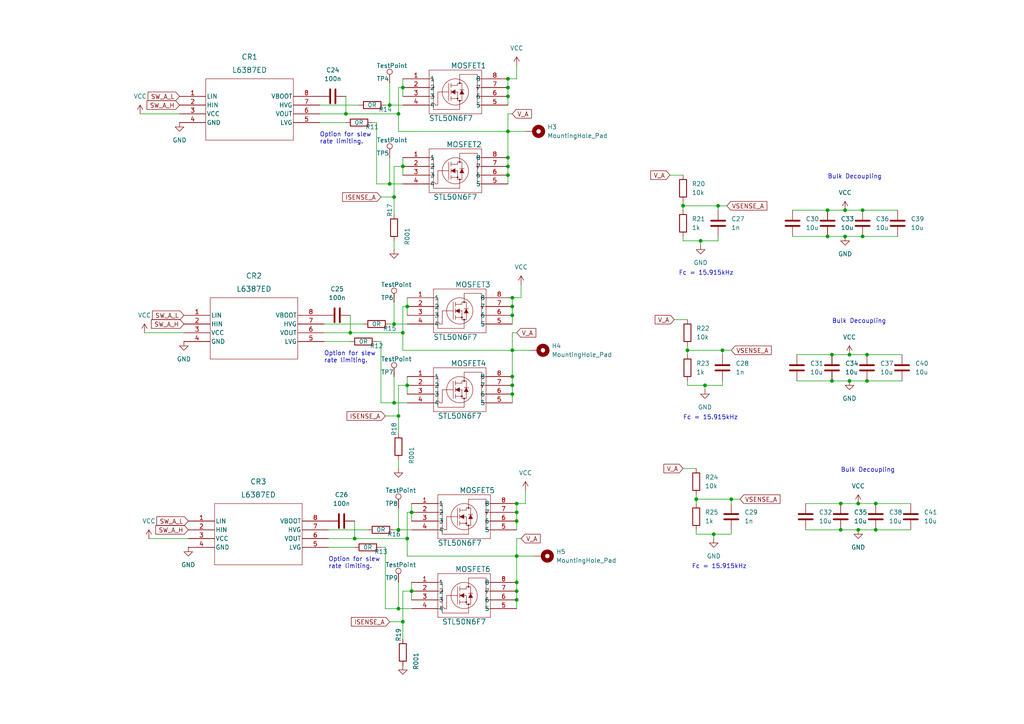
<source format=kicad_sch>
(kicad_sch (version 20211123) (generator eeschema)
  (paper "A4")
  (lib_symbols
    (symbol "Connector:TestPoint" (pin_numbers hide) (pin_names (offset 0.762) hide)
      (property "Reference" "TP" (at 0 6.858 0))
      (property "Value" "TestPoint" (at 0 5.08 0))
      (symbol "TestPoint_0_1"
        (circle (center 0 3.302) (radius 0.762))
      )
      (symbol "TestPoint_1_1"
        (pin passive line (at 0 0 90) (length 2.54) (name "1") (number "1"))
      )
    )
    (symbol "Device:C" (pin_numbers hide) (pin_names (offset 0.254))
      (property "Reference" "C" (at 0.635 2.54 0))
      (property "Value" "C" (at 0.635 -2.54 0))
      (symbol "C_0_1"
        (polyline (pts (xy -2.032 -0.762) (xy 2.032 -0.762)) (stroke (width 0.508)))
        (polyline (pts (xy -2.032 0.762) (xy 2.032 0.762)) (stroke (width 0.508)))
      )
      (symbol "C_1_1"
        (pin passive line (at 0 3.81 270) (length 2.794) (name "~") (number "1"))
        (pin passive line (at 0 -3.81 90) (length 2.794) (name "~") (number "2"))
      )
    )
    (symbol "Device:R" (pin_numbers hide) (pin_names (offset 0))
      (property "Reference" "R" (at 2.032 0 90))
      (property "Value" "R" (at 0 0 90))
      (symbol "R_0_1"
        (rectangle (start -1.016 -2.54) (end 1.016 2.54) (stroke (width 0.254)))
      )
      (symbol "R_1_1"
        (pin passive line (at 0 3.81 270) (length 1.27) (name "~") (number "1"))
        (pin passive line (at 0 -3.81 90) (length 1.27) (name "~") (number "2"))
      )
    )
    (symbol "L6387ED:L6387ED" (pin_names (offset 0.254))
      (property "Reference" "CR" (at 20.32 10.16 0))
      (property "Value" "L6387ED" (at 20.32 7.62 0))
      (symbol "L6387ED_0_1"
        (polyline (pts (xy 7.62 -12.7) (xy 33.02 -12.7)) (stroke (width 0.127)))
        (polyline (pts (xy 7.62 5.08) (xy 7.62 -12.7)) (stroke (width 0.127)))
        (polyline (pts (xy 33.02 -12.7) (xy 33.02 5.08)) (stroke (width 0.127)))
        (polyline (pts (xy 33.02 5.08) (xy 7.62 5.08)) (stroke (width 0.127)))
        (pin input line (at 0 0 0) (length 7.62) (name "LIN") (number "1"))
        (pin input line (at 0 -2.54 0) (length 7.62) (name "HIN") (number "2"))
        (pin power_in line (at 0 -5.08 0) (length 7.62) (name "VCC") (number "3"))
        (pin power_in line (at 0 -7.62 0) (length 7.62) (name "GND") (number "4"))
        (pin output line (at 40.64 -7.62 180) (length 7.62) (name "LVG") (number "5"))
        (pin output line (at 40.64 -5.08 180) (length 7.62) (name "VOUT") (number "6"))
        (pin output line (at 40.64 -2.54 180) (length 7.62) (name "HVG") (number "7"))
        (pin power_in line (at 40.64 0 180) (length 7.62) (name "VBOOT") (number "8"))
      )
    )
    (symbol "Mechanical:MountingHole_Pad" (pin_numbers hide) (pin_names (offset 1.016) hide)
      (property "Reference" "H" (at 0 6.35 0))
      (property "Value" "MountingHole_Pad" (at 0 4.445 0))
      (symbol "MountingHole_Pad_0_1"
        (circle (center 0 1.27) (radius 1.27) (stroke (width 1.27)))
      )
      (symbol "MountingHole_Pad_1_1"
        (pin input line (at 0 -2.54 90) (length 2.54) (name "1") (number "1"))
      )
    )
    (symbol "STL50N6F7:STL50N6F7" (pin_names (offset 0.254))
      (property "Reference" "MOSFET" (at 15.24 7.62 0))
      (property "Value" "STL50N6F7" (at 15.24 5.08 0))
      (symbol "STL50N6F7_0_1"
        (polyline (pts (xy 7.62 -10.16) (xy 22.86 -10.16)) (stroke (width 0.127)))
        (polyline (pts (xy 7.62 -7.62) (xy 8.382 -7.62)) (stroke (width 0.127)))
        (polyline (pts (xy 7.62 -5.08) (xy 8.89 -5.08)) (stroke (width 0.127)))
        (polyline (pts (xy 7.62 -2.54) (xy 8.89 -2.54)) (stroke (width 0.127)))
        (polyline (pts (xy 7.62 0) (xy 8.89 0)) (stroke (width 0.127)))
        (polyline (pts (xy 7.62 2.54) (xy 7.62 -10.16)) (stroke (width 0.127)))
        (polyline (pts (xy 8.89 -8.89) (xy 16.51 -8.89)) (stroke (width 0.127)))
        (polyline (pts (xy 8.89 0) (xy 8.89 -8.89)) (stroke (width 0.127)))
        (polyline (pts (xy 10.16 -7.62) (xy 9.398 -7.62)) (stroke (width 0.127)))
        (polyline (pts (xy 10.16 -3.81) (xy 10.16 -7.62)) (stroke (width 0.127)))
        (polyline (pts (xy 10.16 -3.81) (xy 13.335 -3.81)) (stroke (width 0.127)))
        (polyline (pts (xy 13.335 -6.35) (xy 13.335 -1.27)) (stroke (width 0.127)))
        (polyline (pts (xy 13.97 -6.35) (xy 13.97 -5.08)) (stroke (width 0.127)))
        (polyline (pts (xy 13.97 -5.715) (xy 15.875 -5.715)) (stroke (width 0.127)))
        (polyline (pts (xy 13.97 -4.445) (xy 13.97 -3.175)) (stroke (width 0.127)))
        (polyline (pts (xy 13.97 -2.54) (xy 13.97 -1.27)) (stroke (width 0.127)))
        (polyline (pts (xy 13.97 -1.905) (xy 15.875 -1.905)) (stroke (width 0.127)))
        (polyline (pts (xy 15.24 -3.81) (xy 15.875 -3.81)) (stroke (width 0.127)))
        (polyline (pts (xy 15.875 -6.35) (xy 15.875 -3.81)) (stroke (width 0.127)))
        (polyline (pts (xy 15.875 -6.35) (xy 17.145 -6.35)) (stroke (width 0.127)))
        (polyline (pts (xy 15.875 -1.905) (xy 15.875 -1.27)) (stroke (width 0.127)))
        (polyline (pts (xy 15.875 -1.27) (xy 17.145 -1.27)) (stroke (width 0.127)))
        (polyline (pts (xy 16.51 -8.89) (xy 16.51 -6.35)) (stroke (width 0.127)))
        (polyline (pts (xy 16.51 1.27) (xy 16.51 -1.27)) (stroke (width 0.127)))
        (polyline (pts (xy 17.145 -6.35) (xy 17.145 -4.445)) (stroke (width 0.127)))
        (polyline (pts (xy 17.145 -3.175) (xy 17.145 -1.27)) (stroke (width 0.127)))
        (polyline (pts (xy 17.78 -3.175) (xy 16.51 -3.175)) (stroke (width 0.127)))
        (polyline (pts (xy 21.59 -7.62) (xy 21.59 1.27)) (stroke (width 0.127)))
        (polyline (pts (xy 21.59 1.27) (xy 16.51 1.27)) (stroke (width 0.127)))
        (polyline (pts (xy 22.86 -10.16) (xy 22.86 2.54)) (stroke (width 0.127)))
        (polyline (pts (xy 22.86 -7.62) (xy 21.59 -7.62)) (stroke (width 0.127)))
        (polyline (pts (xy 22.86 -5.08) (xy 21.59 -5.08)) (stroke (width 0.127)))
        (polyline (pts (xy 22.86 -2.54) (xy 21.59 -2.54)) (stroke (width 0.127)))
        (polyline (pts (xy 22.86 0) (xy 21.59 0)) (stroke (width 0.127)))
        (polyline (pts (xy 22.86 2.54) (xy 7.62 2.54)) (stroke (width 0.127)))
        (polyline (pts (xy 15.24 -3.175) (xy 13.97 -3.81) (xy 15.24 -4.445)) (stroke (width 0.0254)) (fill (type outline)))
        (polyline (pts (xy 17.78 -4.445) (xy 16.51 -4.445) (xy 17.145 -3.175)) (stroke (width 0.0254)) (fill (type outline)))
        (circle (center 8.89 -5.08) (radius 0.127) (stroke (width 0.254)))
        (circle (center 8.89 -2.54) (radius 0.127) (stroke (width 0.254)))
        (arc (start 9.398 -7.62) (mid 8.89 -7.112) (end 8.382 -7.62) (stroke (width 0.127)))
        (circle (center 15.24 -3.81) (radius 3.81) (stroke (width 0.127)))
        (circle (center 15.875 -5.715) (radius 0.127) (stroke (width 0.254)))
        (circle (center 16.51 -6.35) (radius 0.127) (stroke (width 0.254)))
        (circle (center 16.51 -1.27) (radius 0.127) (stroke (width 0.254)))
        (circle (center 21.59 -5.08) (radius 0.127) (stroke (width 0.254)))
        (circle (center 21.59 -2.54) (radius 0.127) (stroke (width 0.254)))
        (circle (center 21.59 0) (radius 0.127) (stroke (width 0.254)))
        (pin unspecified line (at 0 0 0) (length 7.62) (name "1") (number "1"))
        (pin unspecified line (at 0 -2.54 0) (length 7.62) (name "2") (number "2"))
        (pin unspecified line (at 0 -5.08 0) (length 7.62) (name "3") (number "3"))
        (pin unspecified line (at 0 -7.62 0) (length 7.62) (name "4") (number "4"))
        (pin unspecified line (at 30.48 -7.62 180) (length 7.62) (name "5") (number "5"))
        (pin unspecified line (at 30.48 -5.08 180) (length 7.62) (name "6") (number "6"))
        (pin unspecified line (at 30.48 -2.54 180) (length 7.62) (name "7") (number "7"))
        (pin unspecified line (at 30.48 0 180) (length 7.62) (name "8") (number "8"))
      )
    )
    (symbol "power:GND" (power) (pin_names (offset 0))
      (property "Value" "GND" (at 0 -3.81 0))
      (symbol "GND_0_1"
        (polyline (pts (xy 0 0) (xy 0 -1.27) (xy 1.27 -1.27) (xy 0 -2.54) (xy -1.27 -1.27) (xy 0 -1.27)))
      )
      (symbol "GND_1_1"
        (pin power_in line (at 0 0 270) (length 0) hide (name "GND") (number "1"))
      )
    )
    (symbol "power:VCC" (power) (pin_names (offset 0))
      (property "Value" "VCC" (at 0 3.81 0))
      (symbol "VCC_0_1"
        (polyline (pts (xy -0.762 1.27) (xy 0 2.54)))
        (polyline (pts (xy 0 0) (xy 0 2.54)))
        (polyline (pts (xy 0 2.54) (xy 0.762 1.27)))
      )
      (symbol "VCC_1_1"
        (pin power_in line (at 0 0 90) (length 0) hide (name "VCC") (number "1"))
      )
    )
  )
  (junction (at 248.92 153.67))
  (junction (at 149.86 171.45))
  (junction (at 149.86 173.99))
  (junction (at 147.32 50.8))
  (junction (at 148.59 111.76))
  (junction (at 240.03 60.96))
  (junction (at 241.3 110.49))
  (junction (at 118.11 88.9))
  (junction (at 251.46 110.49))
  (junction (at 147.32 22.86))
  (junction (at 198.12 59.69))
  (junction (at 100.33 33.02))
  (junction (at 246.38 110.49))
  (junction (at 147.32 48.26))
  (junction (at 102.87 156.21))
  (junction (at 148.59 109.22))
  (junction (at 147.32 25.4))
  (junction (at 115.57 176.53))
  (junction (at 245.11 60.96))
  (junction (at 243.84 153.67))
  (junction (at 115.57 120.65))
  (junction (at 116.84 25.4))
  (junction (at 149.86 168.91))
  (junction (at 241.3 102.87))
  (junction (at 116.84 180.34))
  (junction (at 204.47 111.76))
  (junction (at 119.38 171.45))
  (junction (at 148.59 114.3))
  (junction (at 149.86 148.59))
  (junction (at 118.11 111.76))
  (junction (at 251.46 102.87))
  (junction (at 113.03 30.48))
  (junction (at 114.3 57.15))
  (junction (at 115.57 33.02))
  (junction (at 115.57 153.67))
  (junction (at 148.59 101.6))
  (junction (at 254 153.67))
  (junction (at 119.38 148.59))
  (junction (at 114.3 93.98))
  (junction (at 246.38 102.87))
  (junction (at 243.84 146.05))
  (junction (at 114.3 116.84))
  (junction (at 149.86 151.13))
  (junction (at 116.84 48.26))
  (junction (at 147.32 45.72))
  (junction (at 101.6 96.52))
  (junction (at 116.84 96.52))
  (junction (at 201.93 144.78))
  (junction (at 147.32 27.94))
  (junction (at 113.03 53.34))
  (junction (at 212.09 144.78))
  (junction (at 203.2 69.85))
  (junction (at 148.59 91.44))
  (junction (at 148.59 88.9))
  (junction (at 250.19 60.96))
  (junction (at 148.59 86.36))
  (junction (at 254 146.05))
  (junction (at 240.03 68.58))
  (junction (at 147.32 38.1))
  (junction (at 207.01 154.94))
  (junction (at 245.11 68.58))
  (junction (at 248.92 146.05))
  (junction (at 199.39 101.6))
  (junction (at 209.55 101.6))
  (junction (at 149.86 146.05))
  (junction (at 250.19 68.58))
  (junction (at 208.28 59.69))
  (junction (at 118.11 156.21))
  (junction (at 149.86 161.29))
  (wire (pts (xy 198.12 135.89) (xy 201.93 135.89)))
  (wire (pts (xy 209.55 102.87) (xy 209.55 101.6)))
  (wire (pts (xy 114.3 153.67) (xy 115.57 153.67)))
  (wire (pts (xy 114.3 116.84) (xy 118.11 116.84)))
  (wire (pts (xy 149.86 96.52) (xy 148.59 96.52)))
  (wire (pts (xy 113.03 30.48) (xy 116.84 30.48)))
  (wire (pts (xy 110.49 158.75) (xy 111.76 158.75)))
  (wire (pts (xy 116.84 101.6) (xy 148.59 101.6)))
  (wire (pts (xy 151.13 86.36) (xy 148.59 86.36)))
  (wire (pts (xy 212.09 144.78) (xy 214.63 144.78)))
  (wire (pts (xy 248.92 146.05) (xy 254 146.05)))
  (wire (pts (xy 95.25 158.75) (xy 102.87 158.75)))
  (wire (pts (xy 111.76 120.65) (xy 115.57 120.65)))
  (wire (pts (xy 118.11 111.76) (xy 118.11 114.3)))
  (wire (pts (xy 102.87 156.21) (xy 118.11 156.21)))
  (wire (pts (xy 149.86 168.91) (xy 149.86 171.45)))
  (wire (pts (xy 231.14 110.49) (xy 241.3 110.49)))
  (wire (pts (xy 118.11 88.9) (xy 118.11 91.44)))
  (wire (pts (xy 149.86 168.91) (xy 149.86 161.29)))
  (wire (pts (xy 115.57 120.65) (xy 115.57 125.73)))
  (wire (pts (xy 254 153.67) (xy 264.16 153.67)))
  (wire (pts (xy 208.28 59.69) (xy 210.82 59.69)))
  (wire (pts (xy 199.39 110.49) (xy 199.39 111.76)))
  (wire (pts (xy 111.76 158.75) (xy 111.76 176.53)))
  (wire (pts (xy 115.57 33.02) (xy 115.57 25.4)))
  (wire (pts (xy 115.57 111.76) (xy 118.11 111.76)))
  (wire (pts (xy 116.84 171.45) (xy 116.84 180.34)))
  (wire (pts (xy 246.38 102.87) (xy 251.46 102.87)))
  (wire (pts (xy 147.32 38.1) (xy 152.4 38.1)))
  (wire (pts (xy 102.87 151.13) (xy 102.87 156.21)))
  (wire (pts (xy 114.3 87.63) (xy 114.3 93.98)))
  (wire (pts (xy 149.86 161.29) (xy 154.94 161.29)))
  (wire (pts (xy 114.3 109.22) (xy 114.3 116.84)))
  (wire (pts (xy 109.22 35.56) (xy 109.22 53.34)))
  (wire (pts (xy 95.25 156.21) (xy 102.87 156.21)))
  (wire (pts (xy 110.49 99.06) (xy 110.49 116.84)))
  (wire (pts (xy 119.38 171.45) (xy 119.38 173.99)))
  (wire (pts (xy 195.58 92.71) (xy 199.39 92.71)))
  (wire (pts (xy 116.84 25.4) (xy 116.84 27.94)))
  (wire (pts (xy 92.71 35.56) (xy 100.33 35.56)))
  (wire (pts (xy 116.84 96.52) (xy 116.84 88.9)))
  (wire (pts (xy 116.84 171.45) (xy 119.38 171.45)))
  (wire (pts (xy 113.03 93.98) (xy 114.3 93.98)))
  (wire (pts (xy 203.2 69.85) (xy 208.28 69.85)))
  (wire (pts (xy 198.12 59.69) (xy 198.12 60.96)))
  (wire (pts (xy 148.59 114.3) (xy 148.59 116.84)))
  (wire (pts (xy 241.3 102.87) (xy 246.38 102.87)))
  (wire (pts (xy 101.6 96.52) (xy 116.84 96.52)))
  (wire (pts (xy 100.33 33.02) (xy 115.57 33.02)))
  (wire (pts (xy 241.3 110.49) (xy 246.38 110.49)))
  (wire (pts (xy 248.92 153.67) (xy 254 153.67)))
  (wire (pts (xy 118.11 161.29) (xy 118.11 156.21)))
  (wire (pts (xy 199.39 101.6) (xy 199.39 102.87)))
  (wire (pts (xy 151.13 156.21) (xy 149.86 156.21)))
  (wire (pts (xy 110.49 57.15) (xy 114.3 57.15)))
  (wire (pts (xy 207.01 154.94) (xy 212.09 154.94)))
  (wire (pts (xy 201.93 144.78) (xy 201.93 146.05)))
  (wire (pts (xy 148.59 86.36) (xy 148.59 88.9)))
  (wire (pts (xy 147.32 27.94) (xy 147.32 30.48)))
  (wire (pts (xy 201.93 143.51) (xy 201.93 144.78)))
  (wire (pts (xy 147.32 33.02) (xy 147.32 38.1)))
  (wire (pts (xy 151.13 82.55) (xy 151.13 86.36)))
  (wire (pts (xy 201.93 153.67) (xy 201.93 154.94)))
  (wire (pts (xy 243.84 153.67) (xy 248.92 153.67)))
  (wire (pts (xy 250.19 68.58) (xy 260.35 68.58)))
  (wire (pts (xy 116.84 22.86) (xy 116.84 25.4)))
  (wire (pts (xy 113.03 45.72) (xy 113.03 53.34)))
  (wire (pts (xy 208.28 60.96) (xy 208.28 59.69)))
  (wire (pts (xy 114.3 57.15) (xy 114.3 62.23)))
  (wire (pts (xy 113.03 24.13) (xy 113.03 30.48)))
  (wire (pts (xy 114.3 69.85) (xy 114.3 72.39)))
  (wire (pts (xy 204.47 111.76) (xy 209.55 111.76)))
  (wire (pts (xy 229.87 68.58) (xy 240.03 68.58)))
  (wire (pts (xy 254 146.05) (xy 264.16 146.05)))
  (wire (pts (xy 149.86 171.45) (xy 149.86 173.99)))
  (wire (pts (xy 41.91 96.52) (xy 53.34 96.52)))
  (wire (pts (xy 147.32 48.26) (xy 147.32 50.8)))
  (wire (pts (xy 149.86 148.59) (xy 149.86 151.13)))
  (wire (pts (xy 148.59 96.52) (xy 148.59 101.6)))
  (wire (pts (xy 233.68 153.67) (xy 243.84 153.67)))
  (wire (pts (xy 101.6 91.44) (xy 101.6 96.52)))
  (wire (pts (xy 92.71 33.02) (xy 100.33 33.02)))
  (wire (pts (xy 201.93 154.94) (xy 207.01 154.94)))
  (wire (pts (xy 115.57 176.53) (xy 119.38 176.53)))
  (wire (pts (xy 115.57 25.4) (xy 116.84 25.4)))
  (wire (pts (xy 212.09 146.05) (xy 212.09 144.78)))
  (wire (pts (xy 233.68 146.05) (xy 243.84 146.05)))
  (wire (pts (xy 229.87 60.96) (xy 240.03 60.96)))
  (wire (pts (xy 115.57 153.67) (xy 119.38 153.67)))
  (wire (pts (xy 147.32 25.4) (xy 147.32 27.94)))
  (wire (pts (xy 119.38 146.05) (xy 119.38 148.59)))
  (wire (pts (xy 100.33 27.94) (xy 100.33 33.02)))
  (wire (pts (xy 149.86 22.86) (xy 147.32 22.86)))
  (wire (pts (xy 245.11 68.58) (xy 250.19 68.58)))
  (wire (pts (xy 240.03 60.96) (xy 245.11 60.96)))
  (wire (pts (xy 149.86 151.13) (xy 149.86 153.67)))
  (wire (pts (xy 199.39 111.76) (xy 204.47 111.76)))
  (wire (pts (xy 93.98 96.52) (xy 101.6 96.52)))
  (wire (pts (xy 149.86 19.05) (xy 149.86 22.86)))
  (wire (pts (xy 198.12 58.42) (xy 198.12 59.69)))
  (wire (pts (xy 148.59 88.9) (xy 148.59 91.44)))
  (wire (pts (xy 43.18 156.21) (xy 54.61 156.21)))
  (wire (pts (xy 118.11 148.59) (xy 119.38 148.59)))
  (wire (pts (xy 114.3 48.26) (xy 116.84 48.26)))
  (wire (pts (xy 243.84 146.05) (xy 248.92 146.05)))
  (wire (pts (xy 118.11 86.36) (xy 118.11 88.9)))
  (wire (pts (xy 114.3 48.26) (xy 114.3 57.15)))
  (wire (pts (xy 194.31 50.8) (xy 198.12 50.8)))
  (wire (pts (xy 116.84 45.72) (xy 116.84 48.26)))
  (wire (pts (xy 118.11 156.21) (xy 118.11 148.59)))
  (wire (pts (xy 147.32 45.72) (xy 147.32 38.1)))
  (wire (pts (xy 209.55 101.6) (xy 199.39 101.6)))
  (wire (pts (xy 109.22 99.06) (xy 110.49 99.06)))
  (wire (pts (xy 116.84 180.34) (xy 116.84 185.42)))
  (wire (pts (xy 148.59 109.22) (xy 148.59 101.6)))
  (wire (pts (xy 148.59 111.76) (xy 148.59 114.3)))
  (wire (pts (xy 251.46 110.49) (xy 261.62 110.49)))
  (wire (pts (xy 109.22 53.34) (xy 113.03 53.34)))
  (wire (pts (xy 115.57 168.91) (xy 115.57 176.53)))
  (wire (pts (xy 113.03 180.34) (xy 116.84 180.34)))
  (wire (pts (xy 115.57 147.32) (xy 115.57 153.67)))
  (wire (pts (xy 245.11 60.96) (xy 250.19 60.96)))
  (wire (pts (xy 113.03 53.34) (xy 116.84 53.34)))
  (wire (pts (xy 147.32 50.8) (xy 147.32 53.34)))
  (wire (pts (xy 209.55 111.76) (xy 209.55 110.49)))
  (wire (pts (xy 114.3 93.98) (xy 118.11 93.98)))
  (wire (pts (xy 92.71 30.48) (xy 104.14 30.48)))
  (wire (pts (xy 116.84 88.9) (xy 118.11 88.9)))
  (wire (pts (xy 111.76 176.53) (xy 115.57 176.53)))
  (wire (pts (xy 148.59 109.22) (xy 148.59 111.76)))
  (wire (pts (xy 250.19 60.96) (xy 260.35 60.96)))
  (wire (pts (xy 152.4 142.24) (xy 152.4 146.05)))
  (wire (pts (xy 149.86 156.21) (xy 149.86 161.29)))
  (wire (pts (xy 115.57 133.35) (xy 115.57 135.89)))
  (wire (pts (xy 110.49 116.84) (xy 114.3 116.84)))
  (wire (pts (xy 147.32 22.86) (xy 147.32 25.4)))
  (wire (pts (xy 147.32 45.72) (xy 147.32 48.26)))
  (wire (pts (xy 148.59 33.02) (xy 147.32 33.02)))
  (wire (pts (xy 40.64 33.02) (xy 52.07 33.02)))
  (wire (pts (xy 209.55 101.6) (xy 212.09 101.6)))
  (wire (pts (xy 212.09 154.94) (xy 212.09 153.67)))
  (wire (pts (xy 198.12 68.58) (xy 198.12 69.85)))
  (wire (pts (xy 246.38 110.49) (xy 251.46 110.49)))
  (wire (pts (xy 207.01 154.94) (xy 207.01 156.21)))
  (wire (pts (xy 118.11 161.29) (xy 149.86 161.29)))
  (wire (pts (xy 203.2 69.85) (xy 203.2 71.12)))
  (wire (pts (xy 240.03 68.58) (xy 245.11 68.58)))
  (wire (pts (xy 208.28 69.85) (xy 208.28 68.58)))
  (wire (pts (xy 118.11 109.22) (xy 118.11 111.76)))
  (wire (pts (xy 95.25 153.67) (xy 106.68 153.67)))
  (wire (pts (xy 107.95 35.56) (xy 109.22 35.56)))
  (wire (pts (xy 149.86 146.05) (xy 149.86 148.59)))
  (wire (pts (xy 116.84 101.6) (xy 116.84 96.52)))
  (wire (pts (xy 212.09 144.78) (xy 201.93 144.78)))
  (wire (pts (xy 251.46 102.87) (xy 261.62 102.87)))
  (wire (pts (xy 116.84 48.26) (xy 116.84 50.8)))
  (wire (pts (xy 115.57 38.1) (xy 147.32 38.1)))
  (wire (pts (xy 148.59 101.6) (xy 153.67 101.6)))
  (wire (pts (xy 148.59 91.44) (xy 148.59 93.98)))
  (wire (pts (xy 199.39 100.33) (xy 199.39 101.6)))
  (wire (pts (xy 231.14 102.87) (xy 241.3 102.87)))
  (wire (pts (xy 93.98 93.98) (xy 105.41 93.98)))
  (wire (pts (xy 149.86 173.99) (xy 149.86 176.53)))
  (wire (pts (xy 152.4 146.05) (xy 149.86 146.05)))
  (wire (pts (xy 208.28 59.69) (xy 198.12 59.69)))
  (wire (pts (xy 115.57 111.76) (xy 115.57 120.65)))
  (wire (pts (xy 115.57 38.1) (xy 115.57 33.02)))
  (wire (pts (xy 119.38 168.91) (xy 119.38 171.45)))
  (wire (pts (xy 119.38 148.59) (xy 119.38 151.13)))
  (wire (pts (xy 204.47 111.76) (xy 204.47 113.03)))
  (wire (pts (xy 111.76 30.48) (xy 113.03 30.48)))
  (wire (pts (xy 198.12 69.85) (xy 203.2 69.85)))
  (wire (pts (xy 93.98 99.06) (xy 101.6 99.06)))
  (text "Fc = 15.915kHz\n" (at 196.85 80.01 0) (effects (font (size 1.27 1.27)) (justify left bottom)))
  (text "Bulk Decoupling" (at 243.84 137.16 0) (effects (font (size 1.27 1.27)) (justify left bottom)))
  (text "Bulk Decoupling" (at 240.03 52.07 0) (effects (font (size 1.27 1.27)) (justify left bottom)))
  (text "Option for slew \nrate limiting." (at 92.71 41.91 0) (effects (font (size 1.27 1.27)) (justify left bottom)))
  (text "Option for slew \nrate limiting." (at 95.25 165.1 0) (effects (font (size 1.27 1.27)) (justify left bottom)))
  (text "Option for slew \nrate limiting." (at 93.98 105.41 0) (effects (font (size 1.27 1.27)) (justify left bottom)))
  (text "Bulk Decoupling" (at 241.3 93.98 0) (effects (font (size 1.27 1.27)) (justify left bottom)))
  (text "Fc = 15.915kHz\n" (at 200.66 165.1 0) (effects (font (size 1.27 1.27)) (justify left bottom)))
  (text "Fc = 15.915kHz\n" (at 198.12 121.92 0) (effects (font (size 1.27 1.27)) (justify left bottom)))
  (global_label "ISENSE_A" (shape input) (at 110.49 57.15 180) (property "Intersheet References" "${INTERSHEET_REFS}" (effects hide)))
  (global_label "V_A" (shape input) (at 148.59 33.02 0) (property "Intersheet References" "${INTERSHEET_REFS}" (effects hide)))
  (global_label "V_A" (shape input) (at 149.86 96.52 0) (property "Intersheet References" "${INTERSHEET_REFS}" (effects hide)))
  (global_label "VSENSE_A" (shape input) (at 210.82 59.69 0) (property "Intersheet References" "${INTERSHEET_REFS}" (effects hide)))
  (global_label "SW_A_H" (shape input) (at 54.61 153.67 180) (property "Intersheet References" "${INTERSHEET_REFS}" (effects hide)))
  (global_label "ISENSE_A" (shape input) (at 113.03 180.34 180) (property "Intersheet References" "${INTERSHEET_REFS}" (effects hide)))
  (global_label "SW_A_L" (shape input) (at 54.61 151.13 180) (property "Intersheet References" "${INTERSHEET_REFS}" (effects hide)))
  (global_label "V_A" (shape input) (at 151.13 156.21 0) (property "Intersheet References" "${INTERSHEET_REFS}" (effects hide)))
  (global_label "V_A" (shape input) (at 198.12 135.89 180) (property "Intersheet References" "${INTERSHEET_REFS}" (effects hide)))
  (global_label "SW_A_L" (shape input) (at 53.34 91.44 180) (property "Intersheet References" "${INTERSHEET_REFS}" (effects hide)))
  (global_label "SW_A_L" (shape input) (at 52.07 27.94 180) (property "Intersheet References" "${INTERSHEET_REFS}" (effects hide)))
  (global_label "SW_A_H" (shape input) (at 52.07 30.48 180) (property "Intersheet References" "${INTERSHEET_REFS}" (effects hide)))
  (global_label "V_A" (shape input) (at 195.58 92.71 180) (property "Intersheet References" "${INTERSHEET_REFS}" (effects hide)))
  (global_label "VSENSE_A" (shape input) (at 212.09 101.6 0) (property "Intersheet References" "${INTERSHEET_REFS}" (effects hide)))
  (global_label "V_A" (shape input) (at 194.31 50.8 180) (property "Intersheet References" "${INTERSHEET_REFS}" (effects hide)))
  (global_label "ISENSE_A" (shape input) (at 111.76 120.65 180) (property "Intersheet References" "${INTERSHEET_REFS}" (effects hide)))
  (global_label "SW_A_H" (shape input) (at 53.34 93.98 180) (property "Intersheet References" "${INTERSHEET_REFS}" (effects hide)))
  (global_label "VSENSE_A" (shape input) (at 214.63 144.78 0) (property "Intersheet References" "${INTERSHEET_REFS}" (effects hide)))
  (symbol (lib_id "Device:C") (at 97.79 91.44 90) (unit 1)
    (property "Reference" "C25" (at 97.79 83.82 90))
    (property "Value" "100n" (at 97.79 86.36 90))
    (property "Footprint" "Capacitor_SMD:C_0603_1608Metric" (effects hide))
  )
  (symbol (lib_id "power:VCC") (at 152.4 142.24 0) (unit 1)
    (property "Reference" "#PWR052" (effects hide))
    (property "Value" "VCC" (at 152.4 137.16 0))
  )
  (symbol (lib_id "Device:C") (at 240.03 64.77 0) (unit 1)
    (property "Reference" "C33" (at 243.84 63.4999 0) (effects (justify left)))
    (property "Value" "10u" (at 243.84 66.0399 0) (effects (justify left)))
  )
  (symbol (lib_id "STL50N6F7:STL50N6F7") (at 118.11 109.22 0) (unit 1)
    (property "Reference" "MOSFET4" (at 135.89 105.41 0) (effects (font (size 1.524 1.524))))
    (property "Value" "STL50N6F7" (at 133.35 120.65 0) (effects (font (size 1.524 1.524))))
    (property "Footprint" "STL50N6F7:POWERFLAT_5X6_R_STM" (effects hide))
    (property "Datasheet" "STL50N6F7" (effects hide))
  )
  (symbol (lib_id "power:GND") (at 52.07 35.56 0) (unit 1)
    (property "Reference" "#PWR044" (effects hide))
  )
  (symbol (lib_id "Device:R") (at 201.93 139.7 0) (unit 1)
    (property "Reference" "R24" (at 204.47 138.4299 0) (effects (justify left)))
    (property "Value" "10k" (at 204.47 140.9699 0) (effects (justify left)))
    (property "Footprint" "Resistor_SMD:R_0603_1608Metric" (effects hide))
  )
  (symbol (lib_id "STL50N6F7:STL50N6F7") (at 116.84 22.86 0) (unit 1)
    (property "Reference" "MOSFET1" (at 135.89 19.05 0) (effects (font (size 1.524 1.524))))
    (property "Value" "STL50N6F7" (at 130.81 34.29 0) (effects (font (size 1.524 1.524))))
    (property "Footprint" "STL50N6F7:POWERFLAT_5X6_R_STM" (effects hide))
    (property "Datasheet" "STL50N6F7" (effects hide))
  )
  (symbol (lib_id "power:VCC") (at 41.91 96.52 0) (unit 1)
    (property "Reference" "#PWR042" (effects hide))
    (property "Value" "VCC" (at 41.91 91.44 0))
  )
  (symbol (lib_id "Device:R") (at 199.39 96.52 0) (unit 1)
    (property "Reference" "R22" (at 201.93 95.2499 0) (effects (justify left)))
    (property "Value" "10k" (at 201.93 97.7899 0) (effects (justify left)))
    (property "Footprint" "Resistor_SMD:R_0603_1608Metric" (effects hide))
  )
  (symbol (lib_id "power:VCC") (at 246.38 102.87 0) (unit 1)
    (property "Reference" "#PWR058" (effects hide))
    (property "Value" "VCC" (at 246.38 97.79 0))
  )
  (symbol (lib_id "Device:C") (at 251.46 106.68 0) (unit 1)
    (property "Reference" "C37" (at 255.27 105.4099 0) (effects (justify left)))
    (property "Value" "10u" (at 255.27 107.9499 0) (effects (justify left)))
  )
  (symbol (lib_id "power:GND") (at 54.61 158.75 0) (unit 1)
    (property "Reference" "#PWR046" (effects hide))
    (property "Value" "GND" (at 54.61 163.83 0))
  )
  (symbol (lib_id "Device:R") (at 198.12 54.61 0) (unit 1)
    (property "Reference" "R20" (at 200.66 53.3399 0) (effects (justify left)))
    (property "Value" "10k" (at 200.66 55.8799 0) (effects (justify left)))
    (property "Footprint" "Resistor_SMD:R_0603_1608Metric" (effects hide))
  )
  (symbol (lib_id "Device:C") (at 264.16 149.86 0) (unit 1)
    (property "Reference" "C41" (at 267.97 148.5899 0) (effects (justify left)))
    (property "Value" "10u" (at 267.97 151.1299 0) (effects (justify left)))
  )
  (symbol (lib_id "Device:C") (at 261.62 106.68 0) (unit 1)
    (property "Reference" "C40" (at 265.43 105.4099 0) (effects (justify left)))
    (property "Value" "10u" (at 265.43 107.9499 0) (effects (justify left)))
  )
  (symbol (lib_id "Device:C") (at 241.3 106.68 0) (unit 1)
    (property "Reference" "C34" (at 245.11 105.4099 0) (effects (justify left)))
    (property "Value" "10u" (at 245.11 107.9499 0) (effects (justify left)))
  )
  (symbol (lib_id "Device:C") (at 250.19 64.77 0) (unit 1)
    (property "Reference" "C36" (at 254 63.4999 0) (effects (justify left)))
    (property "Value" "10u" (at 254 66.0399 0) (effects (justify left)))
  )
  (symbol (lib_id "Device:R") (at 107.95 30.48 90) (unit 1)
    (property "Reference" "R14" (at 111.76 31.75 90))
    (property "Value" "0R" (at 107.95 30.48 90))
    (property "Footprint" "Resistor_SMD:R_0603_1608Metric" (effects hide))
  )
  (symbol (lib_id "power:GND") (at 245.11 68.58 0) (unit 1)
    (property "Reference" "#PWR057" (effects hide))
    (property "Value" "~" (at 245.11 73.66 0))
  )
  (symbol (lib_id "power:VCC") (at 40.64 33.02 0) (unit 1)
    (property "Reference" "#PWR041" (effects hide))
    (property "Value" "VCC" (at 40.64 27.94 0))
  )
  (symbol (lib_id "STL50N6F7:STL50N6F7") (at 116.84 45.72 0) (unit 1)
    (property "Reference" "MOSFET2" (at 134.62 41.91 0) (effects (font (size 1.524 1.524))))
    (property "Value" "STL50N6F7" (at 132.08 57.15 0) (effects (font (size 1.524 1.524))))
    (property "Footprint" "STL50N6F7:POWERFLAT_5X6_R_STM" (effects hide))
    (property "Datasheet" "STL50N6F7" (effects hide))
  )
  (symbol (lib_id "Device:R") (at 106.68 158.75 90) (unit 1)
    (property "Reference" "R13" (at 110.49 160.02 90))
    (property "Value" "0R" (at 106.68 158.75 90))
    (property "Footprint" "Resistor_SMD:R_0603_1608Metric" (effects hide))
  )
  (symbol (lib_id "STL50N6F7:STL50N6F7") (at 118.11 86.36 0) (unit 1)
    (property "Reference" "MOSFET3" (at 137.16 82.55 0) (effects (font (size 1.524 1.524))))
    (property "Value" "STL50N6F7" (at 132.08 97.79 0) (effects (font (size 1.524 1.524))))
    (property "Footprint" "STL50N6F7:POWERFLAT_5X6_R_STM" (effects hide))
    (property "Datasheet" "STL50N6F7" (effects hide))
  )
  (symbol (lib_id "Device:C") (at 260.35 64.77 0) (unit 1)
    (property "Reference" "C39" (at 264.16 63.4999 0) (effects (justify left)))
    (property "Value" "10u" (at 264.16 66.0399 0) (effects (justify left)))
  )
  (symbol (lib_id "Device:C") (at 209.55 106.68 0) (unit 1)
    (property "Reference" "C28" (at 213.36 105.4099 0) (effects (justify left)))
    (property "Value" "1n" (at 213.36 107.9499 0) (effects (justify left)))
    (property "Footprint" "Capacitor_SMD:C_0603_1608Metric" (effects hide))
  )
  (symbol (lib_id "Device:C") (at 212.09 149.86 0) (unit 1)
    (property "Reference" "C29" (at 215.9 148.5899 0) (effects (justify left)))
    (property "Value" "1n" (at 215.9 151.1299 0) (effects (justify left)))
    (property "Footprint" "Capacitor_SMD:C_0603_1608Metric" (effects hide))
  )
  (symbol (lib_id "power:GND") (at 207.01 156.21 0) (unit 1)
    (property "Reference" "#PWR055" (effects hide))
    (property "Value" "~" (at 207.01 161.29 0))
  )
  (symbol (lib_id "Device:R") (at 114.3 66.04 180) (unit 1)
    (property "Reference" "R17" (at 113.03 60.96 90))
    (property "Value" "R001" (at 118.11 68.58 90))
    (property "Footprint" "Resistor_SMD:R_1206_3216Metric" (effects hide))
  )
  (symbol (lib_id "power:VCC") (at 248.92 146.05 0) (unit 1)
    (property "Reference" "#PWR060" (effects hide))
    (property "Value" "VCC" (at 248.92 140.97 0))
  )
  (symbol (lib_id "Device:R") (at 201.93 149.86 0) (unit 1)
    (property "Reference" "R25" (at 204.47 148.5899 0) (effects (justify left)))
    (property "Value" "1k" (at 204.47 151.1299 0) (effects (justify left)))
    (property "Footprint" "Resistor_SMD:R_0603_1608Metric" (effects hide))
  )
  (symbol (lib_id "power:GND") (at 53.34 99.06 0) (unit 1)
    (property "Reference" "#PWR045" (effects hide))
    (property "Value" "GND" (at 53.34 104.14 0))
  )
  (symbol (lib_id "Device:R") (at 105.41 99.06 90) (unit 1)
    (property "Reference" "R12" (at 109.22 100.33 90))
    (property "Value" "0R" (at 105.41 99.06 90))
    (property "Footprint" "Resistor_SMD:R_0603_1608Metric" (effects hide))
  )
  (symbol (lib_id "power:VCC") (at 245.11 60.96 0) (unit 1)
    (property "Reference" "#PWR056" (effects hide))
    (property "Value" "VCC" (at 245.11 55.88 0))
  )
  (symbol (lib_id "Mechanical:MountingHole_Pad") (at 157.48 161.29 270) (unit 1)
    (property "Reference" "H5" (at 161.29 160.0199 90) (effects (justify left)))
    (property "Value" "MountingHole_Pad" (at 161.29 162.5599 90) (effects (justify left)))
    (property "Footprint" "MountingHole:MountingHole_2.1mm" (effects hide))
  )
  (symbol (lib_id "power:GND") (at 203.2 71.12 0) (unit 1)
    (property "Reference" "#PWR053" (effects hide))
  )
  (symbol (lib_id "Mechanical:MountingHole_Pad") (at 154.94 38.1 270) (unit 1)
    (property "Reference" "H3" (at 158.75 36.8299 90) (effects (justify left)))
    (property "Value" "MountingHole_Pad" (at 158.75 39.3699 90) (effects (justify left)))
    (property "Footprint" "MountingHole:MountingHole_2.1mm" (effects hide))
  )
  (symbol (lib_id "Device:R") (at 116.84 189.23 180) (unit 1)
    (property "Reference" "R19" (at 115.57 184.15 90))
    (property "Value" "R001" (at 120.65 191.77 90))
    (property "Footprint" "Resistor_SMD:R_1206_3216Metric" (effects hide))
  )
  (symbol (lib_id "power:GND") (at 115.57 135.89 0) (unit 1)
    (property "Reference" "#PWR048" (effects hide))
    (property "Value" "GND" (effects hide))
  )
  (symbol (lib_id "power:GND") (at 246.38 110.49 0) (unit 1)
    (property "Reference" "#PWR059" (effects hide))
    (property "Value" "~" (at 246.38 115.57 0))
  )
  (symbol (lib_id "Device:C") (at 99.06 151.13 90) (unit 1)
    (property "Reference" "C26" (at 99.06 143.51 90))
    (property "Value" "100n" (at 99.06 146.05 90))
    (property "Footprint" "Capacitor_SMD:C_0603_1608Metric" (effects hide))
  )
  (symbol (lib_id "Device:C") (at 243.84 149.86 0) (unit 1)
    (property "Reference" "C35" (at 247.65 148.5899 0) (effects (justify left)))
    (property "Value" "10u" (at 247.65 151.1299 0) (effects (justify left)))
  )
  (symbol (lib_id "Device:C") (at 96.52 27.94 90) (unit 1)
    (property "Reference" "C24" (at 96.52 20.32 90))
    (property "Value" "100n" (at 96.52 22.86 90))
    (property "Footprint" "Capacitor_SMD:C_0603_1608Metric" (effects hide))
  )
  (symbol (lib_id "power:VCC") (at 151.13 82.55 0) (unit 1)
    (property "Reference" "#PWR051" (effects hide))
    (property "Value" "VCC" (at 151.13 77.47 0))
  )
  (symbol (lib_id "Device:C") (at 254 149.86 0) (unit 1)
    (property "Reference" "C38" (at 257.81 148.5899 0) (effects (justify left)))
    (property "Value" "10u" (at 257.81 151.1299 0) (effects (justify left)))
  )
  (symbol (lib_id "Device:R") (at 104.14 35.56 90) (unit 1)
    (property "Reference" "R11" (at 107.95 36.83 90))
    (property "Value" "0R" (at 104.14 35.56 90))
    (property "Footprint" "Resistor_SMD:R_0603_1608Metric" (effects hide))
  )
  (symbol (lib_id "L6387ED:L6387ED") (at 53.34 91.44 0) (unit 1)
    (property "Reference" "CR2" (at 73.66 80.01 0) (effects (font (size 1.524 1.524))))
    (property "Value" "L6387ED" (at 73.66 83.82 0) (effects (font (size 1.524 1.524))))
    (property "Footprint" "Package_SO:SO-8_3.9x4.9mm_P1.27mm" (effects hide))
    (property "Datasheet" "L6387ED" (effects hide))
  )
  (symbol (lib_id "Connector:TestPoint") (at 115.57 168.91 0) (unit 1)
    (property "Reference" "TP9" (at 111.76 167.64 0) (effects (justify left)))
    (property "Value" "TestPoint" (at 111.76 163.83 0) (effects (justify left)))
  )
  (symbol (lib_id "Connector:TestPoint") (at 113.03 45.72 0) (unit 1)
    (property "Reference" "TP5" (at 109.22 44.45 0) (effects (justify left)))
    (property "Value" "TestPoint" (at 109.22 40.64 0) (effects (justify left)))
  )
  (symbol (lib_id "Mechanical:MountingHole_Pad") (at 156.21 101.6 270) (unit 1)
    (property "Reference" "H4" (at 160.02 100.3299 90) (effects (justify left)))
    (property "Value" "MountingHole_Pad" (at 160.02 102.8699 90) (effects (justify left)))
    (property "Footprint" "MountingHole:MountingHole_2.1mm" (effects hide))
  )
  (symbol (lib_id "power:GND") (at 114.3 72.39 0) (unit 1)
    (property "Reference" "#PWR047" (effects hide))
    (property "Value" "GND" (effects hide))
  )
  (symbol (lib_id "L6387ED:L6387ED") (at 54.61 151.13 0) (unit 1)
    (property "Reference" "CR3" (at 74.93 139.7 0) (effects (font (size 1.524 1.524))))
    (property "Value" "L6387ED" (at 74.93 143.51 0) (effects (font (size 1.524 1.524))))
    (property "Footprint" "Package_SO:SO-8_3.9x4.9mm_P1.27mm" (effects hide))
    (property "Datasheet" "L6387ED" (effects hide))
  )
  (symbol (lib_id "STL50N6F7:STL50N6F7") (at 119.38 168.91 0) (unit 1)
    (property "Reference" "MOSFET6" (at 137.16 165.1 0) (effects (font (size 1.524 1.524))))
    (property "Value" "STL50N6F7" (at 134.62 180.34 0) (effects (font (size 1.524 1.524))))
    (property "Footprint" "STL50N6F7:POWERFLAT_5X6_R_STM" (effects hide))
    (property "Datasheet" "STL50N6F7" (effects hide))
  )
  (symbol (lib_id "power:GND") (at 204.47 113.03 0) (unit 1)
    (property "Reference" "#PWR054" (effects hide))
    (property "Value" "~" (at 204.47 118.11 0))
  )
  (symbol (lib_id "power:GND") (at 116.84 193.04 0) (unit 1)
    (property "Reference" "#PWR049" (effects hide))
    (property "Value" "GND" (effects hide))
  )
  (symbol (lib_id "Device:R") (at 198.12 64.77 0) (unit 1)
    (property "Reference" "R21" (at 200.66 63.4999 0) (effects (justify left)))
    (property "Value" "1k" (at 200.66 66.0399 0) (effects (justify left)))
    (property "Footprint" "Resistor_SMD:R_0603_1608Metric" (effects hide))
  )
  (symbol (lib_id "Device:C") (at 208.28 64.77 0) (unit 1)
    (property "Reference" "C27" (at 212.09 63.4999 0) (effects (justify left)))
    (property "Value" "1n" (at 212.09 66.0399 0) (effects (justify left)))
    (property "Footprint" "Capacitor_SMD:C_0603_1608Metric" (effects hide))
  )
  (symbol (lib_id "L6387ED:L6387ED") (at 52.07 27.94 0) (unit 1)
    (property "Reference" "CR1" (at 72.39 16.51 0) (effects (font (size 1.524 1.524))))
    (property "Value" "L6387ED" (at 72.39 20.32 0) (effects (font (size 1.524 1.524))))
    (property "Footprint" "Package_SO:SO-8_3.9x4.9mm_P1.27mm" (effects hide))
    (property "Datasheet" "L6387ED" (effects hide))
  )
  (symbol (lib_id "Device:C") (at 231.14 106.68 0) (unit 1)
    (property "Reference" "C31" (at 234.95 105.4099 0) (effects (justify left)))
    (property "Value" "10u" (at 234.95 107.9499 0) (effects (justify left)))
  )
  (symbol (lib_id "Connector:TestPoint") (at 115.57 147.32 0) (unit 1)
    (property "Reference" "TP8" (at 111.76 146.05 0) (effects (justify left)))
    (property "Value" "TestPoint" (at 111.76 142.24 0) (effects (justify left)))
  )
  (symbol (lib_id "Device:R") (at 110.49 153.67 90) (unit 1)
    (property "Reference" "R16" (at 114.3 154.94 90))
    (property "Value" "0R" (at 110.49 153.67 90))
    (property "Footprint" "Resistor_SMD:R_0603_1608Metric" (effects hide))
  )
  (symbol (lib_id "Connector:TestPoint") (at 114.3 87.63 0) (unit 1)
    (property "Reference" "TP6" (at 110.49 86.36 0) (effects (justify left)))
    (property "Value" "TestPoint" (at 110.49 82.55 0) (effects (justify left)))
  )
  (symbol (lib_id "power:VCC") (at 149.86 19.05 0) (unit 1)
    (property "Reference" "#PWR050" (effects hide))
    (property "Value" "VCC" (at 149.86 13.97 0))
  )
  (symbol (lib_id "Device:R") (at 199.39 106.68 0) (unit 1)
    (property "Reference" "R23" (at 201.93 105.4099 0) (effects (justify left)))
    (property "Value" "1k" (at 201.93 107.9499 0) (effects (justify left)))
    (property "Footprint" "Resistor_SMD:R_0603_1608Metric" (effects hide))
  )
  (symbol (lib_id "Device:R") (at 109.22 93.98 90) (unit 1)
    (property "Reference" "R15" (at 113.03 95.25 90))
    (property "Value" "0R" (at 109.22 93.98 90))
    (property "Footprint" "Resistor_SMD:R_0603_1608Metric" (effects hide))
  )
  (symbol (lib_id "power:GND") (at 248.92 153.67 0) (unit 1)
    (property "Reference" "#PWR061" (effects hide))
    (property "Value" "~" (at 248.92 158.75 0))
  )
  (symbol (lib_id "power:VCC") (at 43.18 156.21 0) (unit 1)
    (property "Reference" "#PWR043" (effects hide))
    (property "Value" "VCC" (at 43.18 151.13 0))
  )
  (symbol (lib_id "Device:C") (at 229.87 64.77 0) (unit 1)
    (property "Reference" "C30" (at 233.68 63.4999 0) (effects (justify left)))
    (property "Value" "10u" (at 233.68 66.0399 0) (effects (justify left)))
  )
  (symbol (lib_id "STL50N6F7:STL50N6F7") (at 119.38 146.05 0) (unit 1)
    (property "Reference" "MOSFET5" (at 138.43 142.24 0) (effects (font (size 1.524 1.524))))
    (property "Value" "STL50N6F7" (at 133.35 157.48 0) (effects (font (size 1.524 1.524))))
    (property "Footprint" "STL50N6F7:POWERFLAT_5X6_R_STM" (effects hide))
    (property "Datasheet" "STL50N6F7" (effects hide))
  )
  (symbol (lib_id "Connector:TestPoint") (at 114.3 109.22 0) (unit 1)
    (property "Reference" "TP7" (at 110.49 107.95 0) (effects (justify left)))
    (property "Value" "TestPoint" (at 110.49 104.14 0) (effects (justify left)))
  )
  (symbol (lib_id "Device:C") (at 233.68 149.86 0) (unit 1)
    (property "Reference" "C32" (at 237.49 148.5899 0) (effects (justify left)))
    (property "Value" "10u" (at 237.49 151.1299 0) (effects (justify left)))
  )
  (symbol (lib_id "Device:R") (at 115.57 129.54 180) (unit 1)
    (property "Reference" "R18" (at 114.3 124.46 90))
    (property "Value" "R001" (at 119.38 132.08 90))
    (property "Footprint" "Resistor_SMD:R_1206_3216Metric" (effects hide))
  )
  (symbol (lib_id "Connector:TestPoint") (at 113.03 24.13 0) (unit 1)
    (property "Reference" "TP4" (at 109.22 22.86 0) (effects (justify left)))
    (property "Value" "TestPoint" (at 109.22 19.05 0) (effects (justify left)))
  )
)
</source>
